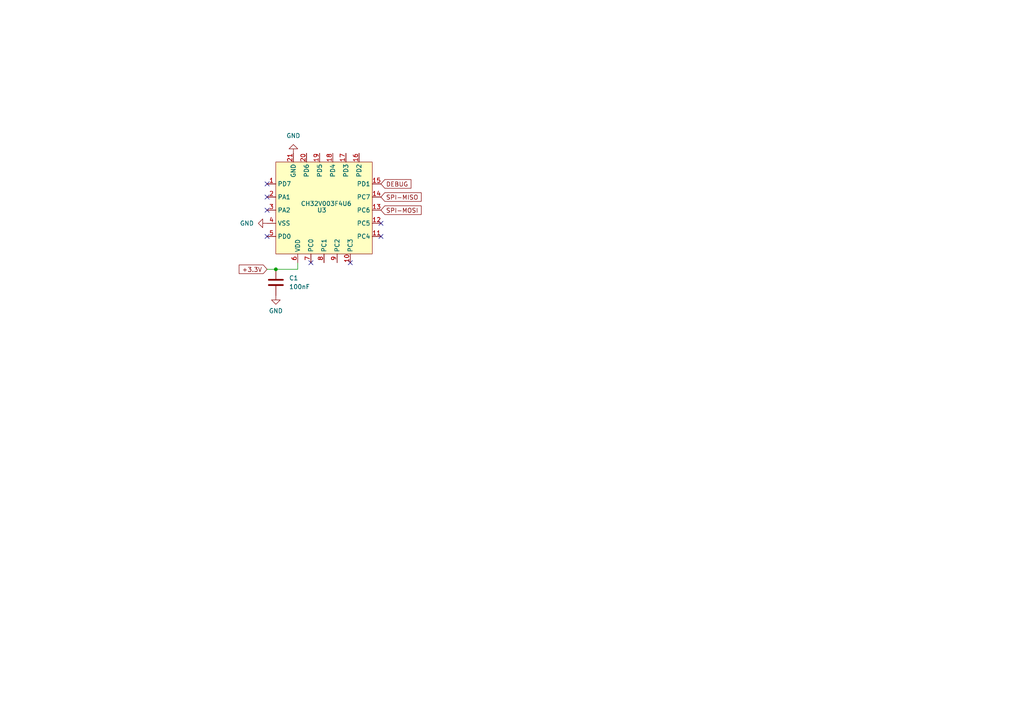
<source format=kicad_sch>
(kicad_sch (version 20231120) (generator "eeschema") (generator_version "8.0")
  (paper "A4")
  (lib_symbols
    (symbol "Device:C" (pin_numbers hide) (pin_names (offset 0.254))
      (property "Reference" "C" (at 0.635 2.54 0))
      (property "Value" "C" (at 0.635 -2.54 0))
      (symbol "C_0_1"
        (polyline (pts (xy -2.032 -0.762) (xy 2.032 -0.762)) (stroke (width 0.508)))
        (polyline (pts (xy -2.032 0.762) (xy 2.032 0.762)) (stroke (width 0.508)))
      )
      (symbol "C_1_1"
        (pin passive line (at 0 3.81 270) (length 2.794) (name "~") (number "1"))
        (pin passive line (at 0 -3.81 90) (length 2.794) (name "~") (number "2"))
      )
    )
    (symbol "VoCore:Ch32V003F4U6"
      (property "Reference" "U" (at 0 0 0))
      (symbol "Ch32V003F4U6_1_1"
        (rectangle (start -13.97 13.97) (end 13.97 -12.7) (fill (type background)))
        (pin input line (at -16.51 7.62 0) (length 2.54) (name "PD7") (number "1"))
        (pin input line (at 7.62 -15.24 90) (length 2.54) (name "PC3") (number "10"))
        (pin input line (at 16.51 -7.62 180) (length 2.54) (name "PC4") (number "11"))
        (pin input line (at 16.51 -3.81 180) (length 2.54) (name "PC5") (number "12"))
        (pin input line (at 16.51 0 180) (length 2.54) (name "PC6") (number "13"))
        (pin input line (at 16.51 3.81 180) (length 2.54) (name "PC7") (number "14"))
        (pin input line (at 16.51 7.62 180) (length 2.54) (name "PD1") (number "15"))
        (pin input line (at 10.16 16.51 270) (length 2.54) (name "PD2") (number "16"))
        (pin input line (at 6.35 16.51 270) (length 2.54) (name "PD3") (number "17"))
        (pin input line (at 2.54 16.51 270) (length 2.54) (name "PD4") (number "18"))
        (pin input line (at -1.27 16.51 270) (length 2.54) (name "PD5") (number "19"))
        (pin input line (at -16.51 3.81 0) (length 2.54) (name "PA1") (number "2"))
        (pin input line (at -5.08 16.51 270) (length 2.54) (name "PD6") (number "20"))
        (pin input line (at -8.89 16.51 270) (length 2.54) (name "GND") (number "21"))
        (pin input line (at -16.51 0 0) (length 2.54) (name "PA2") (number "3"))
        (pin input line (at -16.51 -3.81 0) (length 2.54) (name "VSS") (number "4"))
        (pin input line (at -16.51 -7.62 0) (length 2.54) (name "PD0") (number "5"))
        (pin input line (at -7.62 -15.24 90) (length 2.54) (name "VDD") (number "6"))
        (pin input line (at -3.81 -15.24 90) (length 2.54) (name "PC0") (number "7"))
        (pin input line (at 0 -15.24 90) (length 2.54) (name "PC1") (number "8"))
        (pin input line (at 3.81 -15.24 90) (length 2.54) (name "PC2") (number "9"))
      )
    )
    (symbol "power:GND" (power) (pin_names (offset 0))
      (property "Value" "GND" (at 0 -3.81 0))
      (symbol "GND_0_1"
        (polyline (pts (xy 0 0) (xy 0 -1.27) (xy 1.27 -1.27) (xy 0 -2.54) (xy -1.27 -1.27) (xy 0 -1.27)))
      )
      (symbol "GND_1_1"
        (pin power_in line (at 0 0 270) (length 0) hide (name "GND") (number "1"))
      )
    )
  )
  (junction (at 80.01 78.105))
  (no_connect (at 110.49 64.77))
  (no_connect (at 77.47 68.58))
  (no_connect (at 110.49 68.58))
  (no_connect (at 90.17 76.2))
  (no_connect (at 101.6 76.2))
  (no_connect (at 77.47 57.15))
  (no_connect (at 77.47 53.34))
  (no_connect (at 77.47 60.96))
  (wire (pts (xy 80.01 78.105) (xy 86.36 78.105)))
  (wire (pts (xy 86.36 78.105) (xy 86.36 76.2)))
  (wire (pts (xy 77.47 78.105) (xy 80.01 78.105)))
  (global_label "SPI-MISO" (shape input) (at 110.49 57.15 0) (property "Intersheetrefs" "${INTERSHEET_REFS}" (effects (hide yes))))
  (global_label "SPI-MOSI" (shape input) (at 110.49 60.96 0) (property "Intersheetrefs" "${INTERSHEET_REFS}" (effects (hide yes))))
  (global_label "DEBUG" (shape input) (at 110.49 53.34 0) (property "Intersheetrefs" "${INTERSHEET_REFS}" (effects (hide yes))))
  (global_label "+3.3V" (shape input) (at 77.47 78.105 180) (property "Intersheetrefs" "${INTERSHEET_REFS}" (effects (hide yes))))
  (symbol (lib_id "power:GND") (at 85.09 44.45 180) (unit 1)
    (property "Reference" "#PWR05" (effects (hide yes)))
    (property "Value" "GND" (at 85.09 39.37 0))
  )
  (symbol (lib_id "power:GND") (at 77.47 64.77 270) (unit 1)
    (property "Reference" "#PWR02" (effects (hide yes)))
    (property "Value" "GND" (at 73.66 64.77 90) (effects (justify right)))
  )
  (symbol (lib_id "VoCore:Ch32V003F4U6") (at 93.98 60.96 0) (unit 1)
    (property "Reference" "U3" (at 93.345 60.96 0))
    (property "Value" "CH32V003F4U6" (at 94.615 59.055 0))
    (property "Footprint" "VoCore:QFN-20-1EP_3x3mm_P0.4mm_EP1.65x1.65mm" (effects (hide yes)))
  )
  (symbol (lib_id "Device:C") (at 80.01 81.915 0) (unit 1)
    (property "Reference" "C1" (at 83.82 80.645 0) (effects (justify left)))
    (property "Value" "100nF" (at 83.82 83.185 0) (effects (justify left)))
    (property "Footprint" "VoCore:0402C" (effects (hide yes)))
  )
  (symbol (lib_id "power:GND") (at 80.01 85.725 0) (unit 1)
    (property "Reference" "#PWR06" (effects (hide yes)))
    (property "Value" "GND" (at 80.01 90.17 0))
  )
)
</source>
